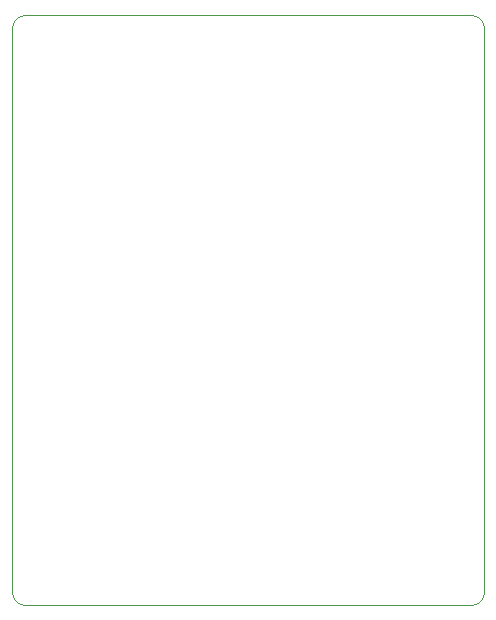
<source format=gm1>
G04*
G04 #@! TF.GenerationSoftware,Altium Limited,Altium Designer,25.2.1 (25)*
G04*
G04 Layer_Color=16711935*
%FSLAX25Y25*%
%MOIN*%
G70*
G04*
G04 #@! TF.SameCoordinates,E3AB8C20-A1E6-43C1-8624-3ED8289FA371*
G04*
G04*
G04 #@! TF.FilePolarity,Positive*
G04*
G01*
G75*
%ADD98C,0.00004*%
D98*
X0Y5000D02*
X96Y4025D01*
X381Y3087D01*
X843Y2222D01*
X1464Y1464D01*
X2222Y843D01*
X3087Y381D01*
X4025Y96D01*
X5000Y0D01*
X152480D02*
X153456Y96D01*
X154394Y381D01*
X155258Y843D01*
X156016Y1464D01*
X156638Y2222D01*
X157100Y3087D01*
X157384Y4025D01*
X157480Y5000D01*
Y191850D02*
X157384Y192826D01*
X157100Y193764D01*
X156638Y194628D01*
X156016Y195386D01*
X155258Y196008D01*
X154394Y196470D01*
X153456Y196754D01*
X152480Y196850D01*
X5000D02*
X4025Y196754D01*
X3087Y196470D01*
X2222Y196008D01*
X1464Y195386D01*
X843Y194628D01*
X381Y193764D01*
X96Y192826D01*
X0Y191850D01*
X5000Y0D02*
X152480D01*
X157480Y5000D02*
Y191850D01*
X5000Y196850D02*
X152480D01*
X0Y5000D02*
Y191850D01*
M02*

</source>
